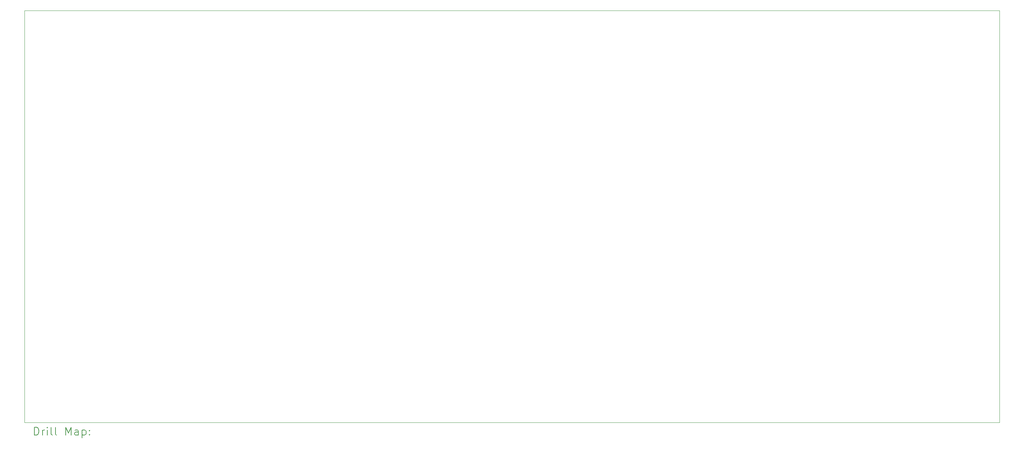
<source format=gbr>
%TF.GenerationSoftware,KiCad,Pcbnew,7.0.2-0*%
%TF.CreationDate,2023-06-25T21:33:46+02:00*%
%TF.ProjectId,shmoergh-funk-live-control,73686d6f-6572-4676-982d-66756e6b2d6c,rev?*%
%TF.SameCoordinates,Original*%
%TF.FileFunction,Drillmap*%
%TF.FilePolarity,Positive*%
%FSLAX45Y45*%
G04 Gerber Fmt 4.5, Leading zero omitted, Abs format (unit mm)*
G04 Created by KiCad (PCBNEW 7.0.2-0) date 2023-06-25 21:33:46*
%MOMM*%
%LPD*%
G01*
G04 APERTURE LIST*
%ADD10C,0.100000*%
%ADD11C,0.200000*%
G04 APERTURE END LIST*
D10*
X3750000Y-3500000D02*
X28000000Y-3500000D01*
X28000000Y-13750000D01*
X3750000Y-13750000D01*
X3750000Y-3500000D01*
D11*
X3992619Y-14067524D02*
X3992619Y-13867524D01*
X3992619Y-13867524D02*
X4040238Y-13867524D01*
X4040238Y-13867524D02*
X4068809Y-13877048D01*
X4068809Y-13877048D02*
X4087857Y-13896095D01*
X4087857Y-13896095D02*
X4097381Y-13915143D01*
X4097381Y-13915143D02*
X4106905Y-13953238D01*
X4106905Y-13953238D02*
X4106905Y-13981809D01*
X4106905Y-13981809D02*
X4097381Y-14019905D01*
X4097381Y-14019905D02*
X4087857Y-14038952D01*
X4087857Y-14038952D02*
X4068809Y-14058000D01*
X4068809Y-14058000D02*
X4040238Y-14067524D01*
X4040238Y-14067524D02*
X3992619Y-14067524D01*
X4192619Y-14067524D02*
X4192619Y-13934190D01*
X4192619Y-13972286D02*
X4202143Y-13953238D01*
X4202143Y-13953238D02*
X4211667Y-13943714D01*
X4211667Y-13943714D02*
X4230714Y-13934190D01*
X4230714Y-13934190D02*
X4249762Y-13934190D01*
X4316429Y-14067524D02*
X4316429Y-13934190D01*
X4316429Y-13867524D02*
X4306905Y-13877048D01*
X4306905Y-13877048D02*
X4316429Y-13886571D01*
X4316429Y-13886571D02*
X4325952Y-13877048D01*
X4325952Y-13877048D02*
X4316429Y-13867524D01*
X4316429Y-13867524D02*
X4316429Y-13886571D01*
X4440238Y-14067524D02*
X4421190Y-14058000D01*
X4421190Y-14058000D02*
X4411667Y-14038952D01*
X4411667Y-14038952D02*
X4411667Y-13867524D01*
X4545000Y-14067524D02*
X4525952Y-14058000D01*
X4525952Y-14058000D02*
X4516429Y-14038952D01*
X4516429Y-14038952D02*
X4516429Y-13867524D01*
X4773571Y-14067524D02*
X4773571Y-13867524D01*
X4773571Y-13867524D02*
X4840238Y-14010381D01*
X4840238Y-14010381D02*
X4906905Y-13867524D01*
X4906905Y-13867524D02*
X4906905Y-14067524D01*
X5087857Y-14067524D02*
X5087857Y-13962762D01*
X5087857Y-13962762D02*
X5078333Y-13943714D01*
X5078333Y-13943714D02*
X5059286Y-13934190D01*
X5059286Y-13934190D02*
X5021190Y-13934190D01*
X5021190Y-13934190D02*
X5002143Y-13943714D01*
X5087857Y-14058000D02*
X5068810Y-14067524D01*
X5068810Y-14067524D02*
X5021190Y-14067524D01*
X5021190Y-14067524D02*
X5002143Y-14058000D01*
X5002143Y-14058000D02*
X4992619Y-14038952D01*
X4992619Y-14038952D02*
X4992619Y-14019905D01*
X4992619Y-14019905D02*
X5002143Y-14000857D01*
X5002143Y-14000857D02*
X5021190Y-13991333D01*
X5021190Y-13991333D02*
X5068810Y-13991333D01*
X5068810Y-13991333D02*
X5087857Y-13981809D01*
X5183095Y-13934190D02*
X5183095Y-14134190D01*
X5183095Y-13943714D02*
X5202143Y-13934190D01*
X5202143Y-13934190D02*
X5240238Y-13934190D01*
X5240238Y-13934190D02*
X5259286Y-13943714D01*
X5259286Y-13943714D02*
X5268810Y-13953238D01*
X5268810Y-13953238D02*
X5278333Y-13972286D01*
X5278333Y-13972286D02*
X5278333Y-14029428D01*
X5278333Y-14029428D02*
X5268810Y-14048476D01*
X5268810Y-14048476D02*
X5259286Y-14058000D01*
X5259286Y-14058000D02*
X5240238Y-14067524D01*
X5240238Y-14067524D02*
X5202143Y-14067524D01*
X5202143Y-14067524D02*
X5183095Y-14058000D01*
X5364048Y-14048476D02*
X5373571Y-14058000D01*
X5373571Y-14058000D02*
X5364048Y-14067524D01*
X5364048Y-14067524D02*
X5354524Y-14058000D01*
X5354524Y-14058000D02*
X5364048Y-14048476D01*
X5364048Y-14048476D02*
X5364048Y-14067524D01*
X5364048Y-13943714D02*
X5373571Y-13953238D01*
X5373571Y-13953238D02*
X5364048Y-13962762D01*
X5364048Y-13962762D02*
X5354524Y-13953238D01*
X5354524Y-13953238D02*
X5364048Y-13943714D01*
X5364048Y-13943714D02*
X5364048Y-13962762D01*
M02*

</source>
